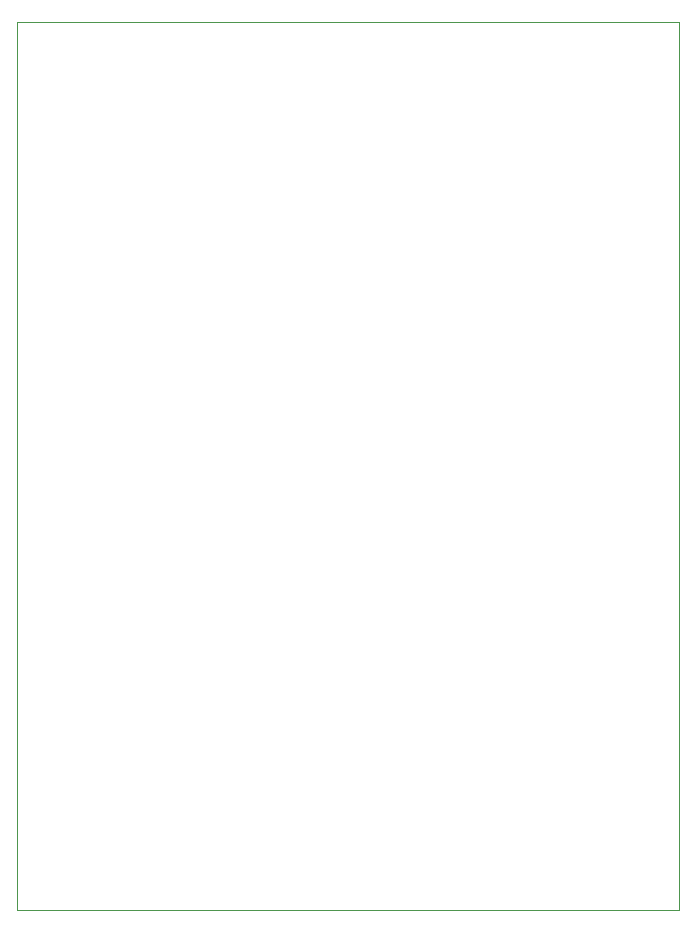
<source format=gbr>
%TF.GenerationSoftware,KiCad,Pcbnew,(6.0.1)*%
%TF.CreationDate,2022-03-27T10:41:34+03:00*%
%TF.ProjectId,shield MCU V2_gnd_layer,73686965-6c64-4204-9d43-552056325f67,rev?*%
%TF.SameCoordinates,Original*%
%TF.FileFunction,Profile,NP*%
%FSLAX46Y46*%
G04 Gerber Fmt 4.6, Leading zero omitted, Abs format (unit mm)*
G04 Created by KiCad (PCBNEW (6.0.1)) date 2022-03-27 10:41:34*
%MOMM*%
%LPD*%
G01*
G04 APERTURE LIST*
%TA.AperFunction,Profile*%
%ADD10C,0.100000*%
%TD*%
G04 APERTURE END LIST*
D10*
X102997000Y-65913000D02*
X159004000Y-65913000D01*
X159004000Y-65913000D02*
X159004000Y-141097000D01*
X159004000Y-141097000D02*
X102997000Y-141097000D01*
X102997000Y-141097000D02*
X102997000Y-65913000D01*
M02*

</source>
